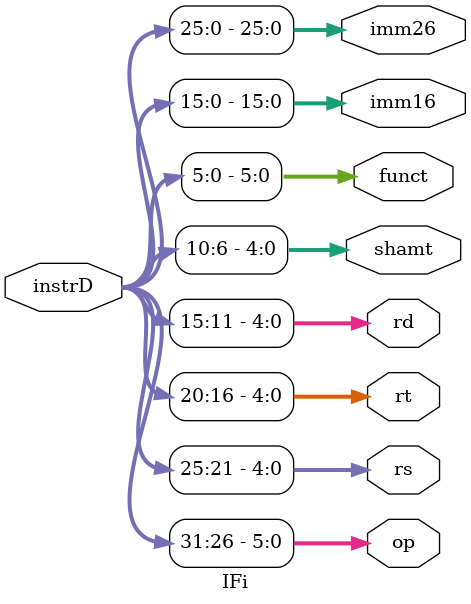
<source format=v>
`timescale 1ns / 1ps
module IFi(
    input [31:0] instrD,
    output [5:0] op,
    output [4:0] rs,
    output [4:0] rt,
    output [4:0] rd,
	 output [4:0] shamt,
    output [5:0] funct,
    output [15:0] imm16,
    output [25:0] imm26
    );
	assign imm16=instrD[15:0];
	assign funct=instrD[5:0];
	assign rs=instrD[25:21];
	assign rt=instrD[20:16];
	assign rd=instrD[15:11];
	assign shamt=instrD[10:6];
	assign imm26=instrD[25:0];
	assign op=instrD[31:26];


endmodule
</source>
